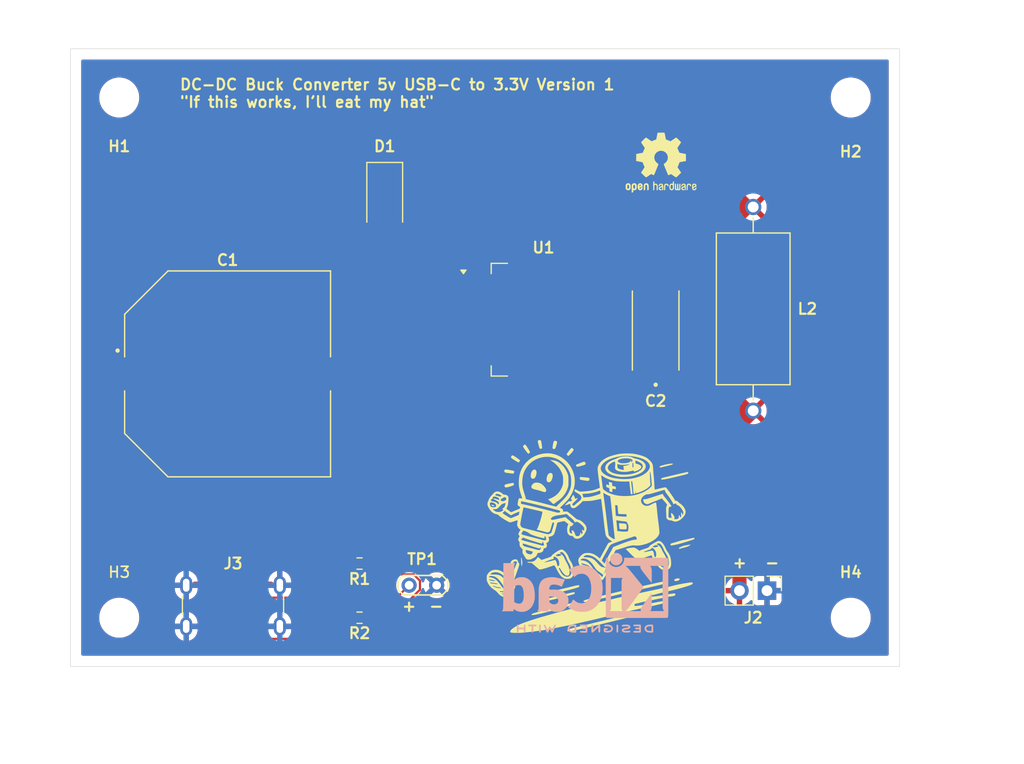
<source format=kicad_pcb>
(kicad_pcb (version 20240108) (generator "pcbnew") (generator_version "8.0")
  (layers (0 "F.Cu" signal) (31 "B.Cu" signal) (34 "B.Paste" user) (35 "F.Paste" user) (36 "B.SilkS" user "B.Silkscreen") (37 "F.SilkS" user "F.Silkscreen") (38 "B.Mask" user) (39 "F.Mask" user) (44 "Edge.Cuts" user))
  (net 0 "")
  (net 1 "GND")
  (net 2 "/feedback")
  (net 3 "+3V3")
  (net 4 "Net-(J3-CC1)")
  (net 5 "+5V")
  (net 6 "Net-(J3-CC2)")
  (footprint "Package_TO_SOT_SMD:TO-263-5_TabPin3" (layer "F.Cu") (at 83.15 50.5)
    (property "Reference" "U1" (at 0 -6.65 0) (layer "F.SilkS") (effects (font (thickness 0.2) (bold yes))))
    (property "Value" "LM2596S-3.3")
    (pad "1" smd roundrect (at -7.65 -3.4) (size 4.6 1.1) (layers "F.Cu" "F.Paste" "F.Mask") (roundrect_rratio 0.227273) (net 5 "+5V"))
    (pad "2" smd roundrect (at -7.65 -1.7) (size 4.6 1.1) (layers "F.Cu" "F.Paste" "F.Mask") (roundrect_rratio 0.227273) (net 2 "/feedback"))
    (pad "3" smd roundrect (at -7.65 0) (size 4.6 1.1) (layers "F.Cu" "F.Paste" "F.Mask") (roundrect_rratio 0.227273) (net 1 "GND"))
    (pad "3" smd roundrect (at -0.925 -2.775) (size 4.55 5.25) (layers "F.Cu" "F.Paste") (roundrect_rratio 0.054945) (net 1 "GND"))
    (pad "3" smd roundrect (at -0.925 2.775) (size 4.55 5.25) (layers "F.Cu" "F.Paste") (roundrect_rratio 0.054945) (net 1 "GND"))
    (pad "3" smd roundrect (at 1.5 0) (size 9.4 10.8) (layers "F.Cu" "F.Mask") (roundrect_rratio 0.026596) (net 1 "GND"))
    (pad "3" smd roundrect (at 3.925 -2.775) (size 4.55 5.25) (layers "F.Cu" "F.Paste") (roundrect_rratio 0.054945) (net 1 "GND"))
    (pad "3" smd roundrect (at 3.925 2.775) (size 4.55 5.25) (layers "F.Cu" "F.Paste") (roundrect_rratio 0.054945) (net 1 "GND"))
    (pad "4" smd roundrect (at -7.65 1.7) (size 4.6 1.1) (layers "F.Cu" "F.Paste" "F.Mask") (roundrect_rratio 0.227273) (net 3 "+3V3"))
    (pad "5" smd roundrect (at -7.65 3.4) (size 4.6 1.1) (layers "F.Cu" "F.Paste" "F.Mask") (roundrect_rratio 0.227273) (net 1 "GND"))
  )
  (footprint "kicad_extra:CAP_EEEFK1J681AM" (layer "F.Cu") (at 54 55.5)
    (property "Reference" "C1" (at 0 -10.5 0) (layer "F.SilkS") (effects (font (thickness 0.2) (bold yes))))
    (property "Value" "680uF")
    (pad "1" smd rect (at -6.75 0) (size 7.5 2.5) (layers "F.Cu" "F.Paste" "F.Mask") (net 5 "+5V"))
    (pad "2" smd rect (at 6.75 0) (size 7.5 2.5) (layers "F.Cu" "F.Paste" "F.Mask") (net 1 "GND"))
  )
  (footprint "Connector_USB:USB_C_Receptacle_GCT_USB4125-xx-x-0190_6P_TopMnt_Horizontal" (layer "F.Cu") (at 54.5 78)
    (property "Reference" "J3" (at 0 -5 0) (layer "F.SilkS") (effects (font (thickness 0.2) (bold yes))))
    (property "Value" "USB-C Power")
    (pad "A5" smd roundrect (at -0.5 -3.08) (size 0.7 1.2) (layers "F.Cu" "F.Paste" "F.Mask") (net 4 "Net-(J3-CC1)"))
    (pad "A9" smd roundrect (at 1.52 -3.08 180) (size 0.76 1.2) (layers "F.Cu" "F.Paste" "F.Mask") (net 5 "+5V"))
    (pad "A12" smd roundrect (at 2.75 -3.08 180) (size 0.8 1.2) (layers "F.Cu" "F.Paste" "F.Mask") (net 1 "GND"))
    (pad "B5" smd roundrect (at 0.5 -3.08 180) (size 0.7 1.2) (layers "F.Cu" "F.Paste" "F.Mask") (net 6 "Net-(J3-CC2)"))
    (pad "B9" smd roundrect (at -1.52 -3.08) (size 0.76 1.2) (layers "F.Cu" "F.Paste" "F.Mask") (net 5 "+5V"))
    (pad "B12" smd roundrect (at -2.75 -3.08) (size 0.8 1.2) (layers "F.Cu" "F.Paste" "F.Mask") (net 1 "GND"))
    (pad "S1" thru_hole oval (at -4.32 -3) (size 1.1 1.7) (drill oval 0.6 1.2) (layers "*.Cu" "*.Mask" "F.Paste") (net 1 "GND"))
    (pad "S1" thru_hole oval (at -4.32 0.8) (size 1.1 1.7) (drill oval 0.6 1.2) (layers "*.Cu" "*.Mask" "F.Paste") (net 1 "GND"))
    (pad "S1" thru_hole oval (at 4.32 -3) (size 1.1 1.7) (drill oval 0.6 1.2) (layers "*.Cu" "*.Mask" "F.Paste") (net 1 "GND"))
    (pad "S1" thru_hole oval (at 4.32 0.8) (size 1.1 1.7) (drill oval 0.6 1.2) (layers "*.Cu" "*.Mask" "F.Paste") (net 1 "GND"))
  )
  (footprint "LOGO" (layer "F.Cu") (at 87.455583 71.253672)
    (property "Reference" "G***" (hide yes))
    (property "Value" "LOGO" (hide yes))
  )
  (footprint "MountingHole:MountingHole_3.2mm_M3" (layer "F.Cu") (at 44 30)
    (property "Reference" "H1" (at 0 4.5 0) (layer "F.SilkS") (effects (font (thickness 0.2) (bold yes))))
    (property "Value" "MountingHole" (hide yes))
    (pad "" np_thru_hole circle (at 0 0) (size 3.2 3.2) (drill 3.2) (layers "*.Cu" "*.Mask"))
  )
  (footprint "MountingHole:MountingHole_3.2mm_M3" (layer "F.Cu") (at 111.5 30)
    (property "Reference" "H2" (at 0 5 0) (layer "F.SilkS") (effects (font (thickness 0.2) (bold yes))))
    (property "Value" "MountingHole" (hide yes))
    (pad "" np_thru_hole circle (at 0 0) (size 3.2 3.2) (drill 3.2) (layers "*.Cu" "*.Mask"))
  )
  (footprint "Resistor_SMD:R_0603_1608Metric" (layer "F.Cu") (at 66.175 78 180)
    (property "Reference" "R2" (at 0 -1.43 0) (layer "F.SilkS") (effects (font (thickness 0.2) (bold yes))))
    (property "Value" "5.1k")
    (pad "1" smd roundrect (at -0.825 0 180) (size 0.8 0.95) (layers "F.Cu" "F.Paste" "F.Mask") (net 1 "GND"))
    (pad "2" smd roundrect (at 0.825 0 180) (size 0.8 0.95) (layers "F.Cu" "F.Paste" "F.Mask") (net 4 "Net-(J3-CC1)"))
  )
  (footprint "Symbol:OSHW-Logo2_7.3x6mm_SilkScreen" (layer "F.Cu") (at 94 36)
    (property "Reference" "REF**" (hide yes))
    (property "Value" "OSHW-Logo2_7.3x6mm_SilkScreen" (hide yes))
  )
  (footprint "MountingHole:MountingHole_3.2mm_M3" (layer "F.Cu") (at 111.5 78)
    (property "Reference" "H4" (at 0 -4.2 0) (layer "F.SilkS") (effects (font (thickness 0.2) (bold yes))))
    (property "Value" "MountingHole" (hide yes))
    (pad "" np_thru_hole circle (at 0 0) (size 3.2 3.2) (drill 3.2) (layers "*.Cu" "*.Mask"))
  )
  (footprint "Resistor_SMD:R_0603_1608Metric" (layer "F.Cu") (at 66.175 73 180)
    (property "Reference" "R1" (at 0 -1.43 0) (layer "F.SilkS") (effects (font (thickness 0.2) (bold yes))))
    (property "Value" "5.1k")
    (pad "1" smd roundrect (at -0.825 0 180) (size 0.8 0.95) (layers "F.Cu" "F.Paste" "F.Mask") (net 1 "GND"))
    (pad "2" smd roundrect (at 0.825 0 180) (size 0.8 0.95) (layers "F.Cu" "F.Paste" "F.Mask") (net 6 "Net-(J3-CC2)"))
  )
  (footprint "kicad_extra:CAPMP7343X430N" (layer "F.Cu") (at 93.5 51.5 90)
    (property "Reference" "C2" (at -6.5 0 0) (layer "F.SilkS") (effects (font (thickness 0.2) (bold yes))))
    (property "Value" "220uF")
    (pad "1" smd roundrect (at -3.1 0 90) (size 2.31 2.52) (layers "F.Cu" "F.Paste" "F.Mask") (roundrect_rratio 0.125) (net 3 "+3V3"))
    (pad "2" smd roundrect (at 3.1 0 90) (size 2.31 2.52) (layers "F.Cu" "F.Paste" "F.Mask") (roundrect_rratio 0.125) (net 1 "GND"))
  )
  (footprint "MountingHole:MountingHole_3.2mm_M3" (layer "F.Cu") (at 44 78)
    (property "Reference" "H3" (at 0 -4.2 0) (layer "F.SilkS") (effects (font (thickness 0.16))))
    (property "Value" "MountingHole" (hide yes))
    (pad "" np_thru_hole circle (at 0 0) (size 3.2 3.2) (drill 3.2) (layers "*.Cu" "*.Mask"))
  )
  (footprint "Connector_PinHeader_2.54mm:PinHeader_1x02_P2.54mm_Vertical" (layer "F.Cu") (at 103.775 75.5 -90)
    (property "Reference" "J2" (at 2.5 1.275 180) (layer "F.SilkS") (effects (font (thickness 0.2) (bold yes))))
    (property "Value" "3.3V Out")
    (pad "1" thru_hole rect (at 0 0 270) (size 1.7 1.7) (drill 1) (layers "*.Cu" "*.Mask") (net 1 "GND"))
    (pad "2" thru_hole oval (at 0 2.54 270) (size 1.7 1.7) (drill 1) (layers "*.Cu" "*.Mask") (net 3 "+3V3"))
  )
  (footprint "Diode_SMD:D_SMA" (layer "F.Cu") (at 68.5 39.5 -90)
    (property "Reference" "D1" (at -5 0 180) (layer "F.SilkS") (effects (font (thickness 0.2) (bold yes))))
    (property "Value" "SS33")
    (pad "1" smd roundrect (at -2 0 270) (size 2.5 1.8) (layers "F.Cu" "F.Paste" "F.Mask") (roundrect_rratio 0.1388888889) (net 2 "/feedback"))
    (pad "2" smd roundrect (at 2 0 270) (size 2.5 1.8) (layers "F.Cu" "F.Paste" "F.Mask") (roundrect_rratio 0.1388888889) (net 1 "GND"))
  )
  (footprint "TestPoint:TestPoint_2Pads_Pitch2.54mm_Drill0.8mm" (layer "F.Cu") (at 70.75 75)
    (property "Reference" "TP1" (at 1.196938 -2.40336 0) (layer "F.SilkS") (effects (font (thickness 0.2) (bold yes))))
    (property "Value" "5V Test")
    (pad "1" thru_hole circle (at 0 0) (size 1.4 1.4) (drill 0.8) (layers "*.Cu" "*.Mask") (net 5 "+5V"))
    (pad "2" thru_hole circle (at 2.54 0) (size 1.4 1.4) (drill 0.8) (layers "*.Cu" "*.Mask") (net 1 "GND"))
  )
  (footprint "kicad_extra:INDAD1880W80L1400D680" (layer "F.Cu") (at 102.5 49.5 -90)
    (property "Reference" "L2" (at 0 -5 180) (layer "F.SilkS") (effects (font (thickness 0.2) (bold yes))))
    (property "Value" "AIAP-02-330K")
    (pad "1" thru_hole circle (at -9.4 0 270) (size 1.5 1.5) (drill 1) (layers "*.Cu" "*.Mask") (net 2 "/feedback"))
    (pad "2" thru_hole circle (at 9.4 0 270) (size 1.5 1.5) (drill 1) (layers "*.Cu" "*.Mask") (net 3 "+3V3"))
  )
  (footprint "Symbol:KiCad-Logo2_6mm_SilkScreen" (layer "B.Cu") (at 87 75 180)
    (property "Reference" "REF**" (hide yes))
    (property "Value" "KiCad-Logo2_6mm_SilkScreen" (hide yes))
  )
  (gr_rect (start 39.5 25.5) (end 116 82.5) (stroke (width 0.05)) (fill none) (layer "Edge.Cuts"))
  (gr_text "+" (at 100.5 73.5 0) (layer "F.SilkS") (effects (font (size 1 1) (thickness 0.2) (bold yes)) (justify left bottom)))
  (gr_text "-" (at 72.5 77.5 0) (layer "F.SilkS") (effects (font (size 1 1) (thickness 0.2) (bold yes)) (justify left bottom)))
  (gr_text "-" (at 103.5 73.5 0) (layer "F.SilkS") (effects (font (size 1 1) (thickness 0.2) (bold yes)) (justify left bottom)))
  (gr_text "DC-DC Buck Converter 5v USB-C to 3.3V Version 1\n{dblquote}If this works, I'll eat my hat{dblquote}" (at 49.5 31 0) (layer "F.SilkS") (effects (font (size 1 1) (thickness 0.2) (bold yes)) (justify left bottom)))
  (gr_text "+" (at 70 77.5 0) (layer "F.SilkS") (effects (font (size 1 1) (thickness 0.2) (bold yes)) (justify left bottom)))
  (segment (start 78.65 47.862562) (end 77.712562 48.8) (width 1.3) (layer "F.Cu") (net 2))
  (segment (start 78.65 45.337438) (end 78.65 47.862562) (width 1.3) (layer "F.Cu") (net 2))
  (segment (start 75 37.5) (end 80.743719 43.243719) (width 1.3) (layer "F.Cu") (net 2))
  (segment (start 80.743719 43.243719) (end 78.65 45.337438) (width 1.3) (layer "F.Cu") (net 2))
  (segment (start 68.5 37.5) (end 75 37.5) (width 1.3) (layer "F.Cu") (net 2))
  (segment (start 102.5 40.1) (end 83.887438 40.1) (width 1.3) (layer "F.Cu") (net 2))
  (segment (start 83.887438 40.1) (end 80.743719 43.243719) (width 1.3) (layer "F.Cu") (net 2))
  (segment (start 77.712562 48.8) (end 75.5 48.8) (width 1.3) (layer "F.Cu") (net 2))
  (segment (start 102.5 58.9) (end 97.8 58.9) (width 1.3) (layer "F.Cu") (net 3))
  (segment (start 79.737438 56.75) (end 91.35 56.75) (width 1.3) (layer "F.Cu") (net 3))
  (segment (start 75.5 52.2) (end 77.8 52.2) (width 1.3) (layer "F.Cu") (net 3))
  (segment (start 77.8 52.2) (end 79.1 53.5) (width 1.3) (layer "F.Cu") (net 3))
  (segment (start 91.35 56.75) (end 93.5 54.6) (width 1.3) (layer "F.Cu") (net 3))
  (segment (start 102.5 58.9) (end 101.235 60.165) (width 1.3) (layer "F.Cu") (net 3))
  (segment (start 97.8 58.9) (end 93.5 54.6) (width 1.3) (layer "F.Cu") (net 3))
  (segment (start 79.1 53.5) (end 79.1 56.112562) (width 1.3) (layer "F.Cu") (net 3))
  (segment (start 101.235 60.165) (end 101.235 75.5) (width 1.3) (layer "F.Cu") (net 3))
  (segment (start 79.1 56.112562) (end 79.737438 56.75) (width 1.3) (layer "F.Cu") (net 3))
  (segment (start 63.4 79.95) (end 57.45 79.95) (width 0.2) (layer "F.Cu") (net 4))
  (segment (start 54 76.5) (end 54 74.92) (width 0.2) (layer "F.Cu") (net 4))
  (segment (start 57.45 79.95) (end 54 76.5) (width 0.2) (layer "F.Cu") (net 4))
  (segment (start 65.35 78) (end 63.4 79.95) (width 0.2) (layer "F.Cu") (net 4))
  (segment (start 47.25 55.5) (end 47.25 66.25) (width 1.3) (layer "F.Cu") (net 5))
  (segment (start 70.75 75) (end 69.6 76.15) (width 0.2) (layer "F.Cu") (net 5))
  (segment (start 52.98 74.92) (end 52.98 74.32) (width 0.65) (layer "F.Cu") (net 5))
  (segment (start 69.6 76.15) (end 56.65 76.15) (width 0.2) (layer "F.Cu") (net 5))
  (segment (start 54.5 73.5) (end 55.2 73.5) (width 0.65) (layer "F.Cu") (net 5))
  (segment (start 56.65 76.15) (end 56.02 75.52) (width 0.2) (layer "F.Cu") (net 5))
  (segment (start 52.98 74.32) (end 53.8 73.5) (width 0.65) (layer "F.Cu") (net 5))
  (segment (start 63.812562 53.4) (end 49.35 53.4) (width 1.3) (layer "F.Cu") (net 5))
  (segment (start 47.25 66.25) (end 54.5 73.5) (width 1.3) (layer "F.Cu") (net 5))
  (segment (start 55.2 73.5) (end 56.02 74.32) (width 0.65) (layer "F.Cu") (net 5))
  (segment (start 49.35 53.4) (end 47.25 55.5) (width 1.3) (layer "F.Cu") (net 5))
  (segment (start 56.02 74.32) (end 56.02 74.92) (width 0.65) (layer "F.Cu") (net 5))
  (segment (start 56.02 75.52) (end 56.02 74.92) (width 0.2) (layer "F.Cu") (net 5))
  (segment (start 70.112562 47.1) (end 63.812562 53.4) (width 1.3) (layer "F.Cu") (net 5))
  (segment (start 75.5 47.1) (end 70.112562 47.1) (width 1.3) (layer "F.Cu") (net 5))
  (segment (start 53.8 73.5) (end 54.5 73.5) (width 0.65) (layer "F.Cu") (net 5))
  (segment (start 65.35 73) (end 66.35 74) (width 0.2) (layer "F.Cu") (net 6))
  (segment (start 71.75 74.585786) (end 71.75 75.414214) (width 0.2) (layer "F.Cu") (net 6))
  (segment (start 56.48 77) (end 55 75.52) (width 0.2) (layer "F.Cu") (net 6))
  (segment (start 71.75 75.414214) (end 70.164214 77) (width 0.2) (layer "F.Cu") (net 6))
  (segment (start 66.35 74) (end 71.164214 74) (width 0.2) (layer "F.Cu") (net 6))
  (segment (start 55 75.52) (end 55 74.92) (width 0.2) (layer "F.Cu") (net 6))
  (segment (start 70.164214 77) (end 56.48 77) (width 0.2) (layer "F.Cu") (net 6))
  (segment (start 71.164214 74) (end 71.75 74.585786) (width 0.2) (layer "F.Cu") (net 6))
  (zone (net 2) (net_name "/feedback") (layer "F.Cu") (priority 3) (connect_pads (clearance 0.5)) (min_thickness 0.25) (fill yes (thermal_gap 0.5) (thermal_bridge_width 0.5))
    (polygon (pts (xy 60 33.5) (xy 106.5 33.5) (xy 106.5 41.5) (xy 87.5 41.5) (xy 87.5 44) (xy 73.5 44) (xy 73.5 39.5) (xy 60 39.5)))
  )
  (zone (net 5) (net_name "+5V") (layer "F.Cu") (priority 2) (connect_pads (clearance 0.5)) (min_thickness 0.25) (fill yes (thermal_gap 0.5) (thermal_bridge_width 0.5))
    (polygon (pts (xy 55 73) (xy 55 55.5) (xy 55 54) (xy 71.5 54) (xy 71.5 44) (xy 42 44) (xy 42 51) (xy 42 73)))
  )
  (zone (net 3) (net_name "+3V3") (layer "F.Cu") (priority 1) (connect_pads (clearance 0.5)) (min_thickness 0.25) (fill yes (thermal_gap 0.5) (thermal_bridge_width 0.5))
    (polygon (pts (xy 104 64.5) (xy 102.5 69) (xy 102.5 80) (xy 91 80) (xy 91 52) (xy 104 52)))
  )
  (zone (net 1) (net_name "GND") (layers "F&B.Cu") (connect_pads (clearance 0.5)) (min_thickness 0.25) (fill yes (thermal_gap 0.5) (thermal_bridge_width 0.5))
    (polygon (pts (xy 34.5 23.5) (xy 127.5 21) (xy 125 91.5) (xy 36.5 89) (xy 33 24)))
  )
)
</source>
